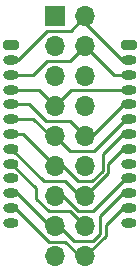
<source format=gbr>
%TF.GenerationSoftware,KiCad,Pcbnew,7.0.1*%
%TF.CreationDate,2023-04-02T14:36:04+09:00*%
%TF.ProjectId,joystick_gpio_input_2p_rasp_part,6a6f7973-7469-4636-9b5f-6770696f5f69,2*%
%TF.SameCoordinates,PX883b640PY6b1d950*%
%TF.FileFunction,Copper,L1,Top*%
%TF.FilePolarity,Positive*%
%FSLAX46Y46*%
G04 Gerber Fmt 4.6, Leading zero omitted, Abs format (unit mm)*
G04 Created by KiCad (PCBNEW 7.0.1) date 2023-04-02 14:36:04*
%MOMM*%
%LPD*%
G01*
G04 APERTURE LIST*
G04 Aperture macros list*
%AMRoundRect*
0 Rectangle with rounded corners*
0 $1 Rounding radius*
0 $2 $3 $4 $5 $6 $7 $8 $9 X,Y pos of 4 corners*
0 Add a 4 corners polygon primitive as box body*
4,1,4,$2,$3,$4,$5,$6,$7,$8,$9,$2,$3,0*
0 Add four circle primitives for the rounded corners*
1,1,$1+$1,$2,$3*
1,1,$1+$1,$4,$5*
1,1,$1+$1,$6,$7*
1,1,$1+$1,$8,$9*
0 Add four rect primitives between the rounded corners*
20,1,$1+$1,$2,$3,$4,$5,0*
20,1,$1+$1,$4,$5,$6,$7,0*
20,1,$1+$1,$6,$7,$8,$9,0*
20,1,$1+$1,$8,$9,$2,$3,0*%
G04 Aperture macros list end*
%TA.AperFunction,ComponentPad*%
%ADD10RoundRect,0.200000X-0.450000X0.200000X-0.450000X-0.200000X0.450000X-0.200000X0.450000X0.200000X0*%
%TD*%
%TA.AperFunction,ComponentPad*%
%ADD11O,1.300000X0.800000*%
%TD*%
%TA.AperFunction,ComponentPad*%
%ADD12R,1.700000X1.700000*%
%TD*%
%TA.AperFunction,ComponentPad*%
%ADD13O,1.700000X1.700000*%
%TD*%
%TA.AperFunction,Conductor*%
%ADD14C,0.250000*%
%TD*%
G04 APERTURE END LIST*
D10*
%TO.P,J2,1,Pin_1*%
%TO.N,/2P_UP*%
X10854300Y19661200D03*
D11*
%TO.P,J2,2,Pin_2*%
%TO.N,/2P_TL*%
X10854300Y18411200D03*
%TO.P,J2,3,Pin_3*%
%TO.N,/2P_X*%
X10854300Y17161200D03*
%TO.P,J2,4,Pin_4*%
%TO.N,/2P_DOWN*%
X10854300Y15911200D03*
%TO.P,J2,5,Pin_5*%
%TO.N,/2P_Y*%
X10854300Y14661200D03*
%TO.P,J2,6,Pin_6*%
%TO.N,/2P_LEFT*%
X10854300Y13411200D03*
%TO.P,J2,7,Pin_7*%
%TO.N,/2P_RIGHT*%
X10854300Y12161200D03*
%TO.P,J2,8,Pin_8*%
%TO.N,/2P_TR*%
X10854300Y10911200D03*
%TO.P,J2,9,Pin_9*%
%TO.N,/2P_B*%
X10854300Y9661200D03*
%TO.P,J2,10,Pin_10*%
%TO.N,/2P_START*%
X10854300Y8411200D03*
%TO.P,J2,11,Pin_11*%
%TO.N,/2P_SELECT*%
X10854300Y7161200D03*
%TO.P,J2,12,Pin_12*%
%TO.N,/2P_A*%
X10854300Y5911200D03*
%TO.P,J2,13,Pin_13*%
%TO.N,/2P_GND*%
X10854300Y4661200D03*
%TD*%
D10*
%TO.P,J3,1,Pin_1*%
%TO.N,/2P_UP*%
X846700Y19661200D03*
D11*
%TO.P,J3,2,Pin_2*%
%TO.N,/2P_TL*%
X846700Y18411200D03*
%TO.P,J3,3,Pin_3*%
%TO.N,/2P_X*%
X846700Y17161200D03*
%TO.P,J3,4,Pin_4*%
%TO.N,/2P_DOWN*%
X846700Y15911200D03*
%TO.P,J3,5,Pin_5*%
%TO.N,/2P_Y*%
X846700Y14661200D03*
%TO.P,J3,6,Pin_6*%
%TO.N,/2P_LEFT*%
X846700Y13411200D03*
%TO.P,J3,7,Pin_7*%
%TO.N,/2P_RIGHT*%
X846700Y12161200D03*
%TO.P,J3,8,Pin_8*%
%TO.N,/2P_TR*%
X846700Y10911200D03*
%TO.P,J3,9,Pin_9*%
%TO.N,/2P_B*%
X846700Y9661200D03*
%TO.P,J3,10,Pin_10*%
%TO.N,/2P_START*%
X846700Y8411200D03*
%TO.P,J3,11,Pin_11*%
%TO.N,/2P_SELECT*%
X846700Y7161200D03*
%TO.P,J3,12,Pin_12*%
%TO.N,/2P_A*%
X846700Y5911200D03*
%TO.P,J3,13,Pin_13*%
%TO.N,/2P_GND*%
X846700Y4661200D03*
%TD*%
D12*
%TO.P,J1,1,Pin_1*%
%TO.N,/2P_UP*%
X4600900Y22115000D03*
D13*
%TO.P,J1,2,Pin_2*%
%TO.N,/2P_TL*%
X7140900Y22115000D03*
%TO.P,J1,3,Pin_3*%
%TO.N,/2P_GND*%
X4600900Y19575000D03*
%TO.P,J1,4,Pin_4*%
%TO.N,/2P_X*%
X7140900Y19575000D03*
%TO.P,J1,5,Pin_5*%
%TO.N,unconnected-(J1-Pin_5-Pad5)*%
X4600900Y17035000D03*
%TO.P,J1,6,Pin_6*%
%TO.N,unconnected-(J1-Pin_6-Pad6)*%
X7140900Y17035000D03*
%TO.P,J1,7,Pin_7*%
%TO.N,/2P_DOWN*%
X4600900Y14495000D03*
%TO.P,J1,8,Pin_8*%
%TO.N,/2P_GND*%
X7140900Y14495000D03*
%TO.P,J1,9,Pin_9*%
%TO.N,/2P_LEFT*%
X4600900Y11955000D03*
%TO.P,J1,10,Pin_10*%
%TO.N,/2P_Y*%
X7140900Y11955000D03*
%TO.P,J1,11,Pin_11*%
%TO.N,/2P_RIGHT*%
X4600900Y9415000D03*
%TO.P,J1,12,Pin_12*%
%TO.N,/2P_GND*%
X7140900Y9415000D03*
%TO.P,J1,13,Pin_13*%
%TO.N,/2P_START*%
X4600900Y6875000D03*
%TO.P,J1,14,Pin_14*%
%TO.N,/2P_TR*%
X7140900Y6875000D03*
%TO.P,J1,15,Pin_15*%
%TO.N,/2P_SELECT*%
X4600900Y4335000D03*
%TO.P,J1,16,Pin_16*%
%TO.N,/2P_B*%
X7140900Y4335000D03*
%TO.P,J1,17,Pin_17*%
%TO.N,/2P_GND*%
X4600900Y1795000D03*
%TO.P,J1,18,Pin_18*%
%TO.N,/2P_A*%
X7140900Y1795000D03*
%TD*%
D14*
%TO.N,/2P_DOWN*%
X3184700Y15911200D02*
X4600900Y14495000D01*
X10854300Y15911200D02*
X10803100Y15860000D01*
X846700Y15911200D02*
X3184700Y15911200D01*
X5965900Y15860000D02*
X4600900Y14495000D01*
X10803100Y15860000D02*
X5965900Y15860000D01*
%TO.N,/2P_LEFT*%
X846700Y13411200D02*
X2743300Y13411200D01*
X7857100Y10685000D02*
X5870900Y10685000D01*
X4199500Y11955000D02*
X4600900Y11955000D01*
X2743300Y13411200D02*
X4199500Y11955000D01*
X10583300Y13411200D02*
X7857100Y10685000D01*
X10854300Y13411200D02*
X10583300Y13411200D01*
X5870900Y10685000D02*
X4600900Y11955000D01*
%TO.N,/2P_RIGHT*%
X846700Y12161200D02*
X1854700Y12161200D01*
X8619100Y9059400D02*
X7704700Y8145000D01*
X1854700Y12161200D02*
X4600900Y9415000D01*
X10323900Y12161200D02*
X8619100Y10456400D01*
X6507296Y8145000D02*
X5237296Y9415000D01*
X7704700Y8145000D02*
X6507296Y8145000D01*
X5237296Y9415000D02*
X4600900Y9415000D01*
X8619100Y10456400D02*
X8619100Y9059400D01*
X10854300Y12161200D02*
X10323900Y12161200D01*
%TO.N,/2P_START*%
X5237296Y6875000D02*
X4600900Y6875000D01*
X7764000Y5605000D02*
X6507296Y5605000D01*
X10854300Y8411200D02*
X10570200Y8411200D01*
X6507296Y5605000D02*
X5237296Y6875000D01*
X10570200Y8411200D02*
X7764000Y5605000D01*
%TO.N,/2P_SELECT*%
X10361600Y7161200D02*
X8407400Y5207000D01*
X4148700Y4335000D02*
X4600900Y4335000D01*
X846700Y7161200D02*
X1322500Y7161200D01*
X4885300Y4335000D02*
X4600900Y4335000D01*
X6146900Y3073400D02*
X4885300Y4335000D01*
X8407400Y3697896D02*
X7782904Y3073400D01*
X8407400Y5207000D02*
X8407400Y3697896D01*
X10854300Y7161200D02*
X10361600Y7161200D01*
X7782904Y3073400D02*
X6146900Y3073400D01*
X1322500Y7161200D02*
X4148700Y4335000D01*
%TO.N,/2P_A*%
X846700Y5911200D02*
X1200800Y5911200D01*
X1200800Y5911200D02*
X4072400Y3039600D01*
X10854300Y5911200D02*
X10313850Y5911200D01*
X6688700Y1795000D02*
X7140900Y1795000D01*
X5444100Y3039600D02*
X6688700Y1795000D01*
X10313850Y5911200D02*
X8857400Y4454750D01*
X8857400Y3511500D02*
X7140900Y1795000D01*
X8857400Y4454750D02*
X8857400Y3511500D01*
X4072400Y3039600D02*
X5444100Y3039600D01*
%TO.N,/2P_B*%
X2980300Y6697200D02*
X4072500Y5605000D01*
X4072500Y5605000D02*
X5870900Y5605000D01*
X2980300Y7552905D02*
X2980300Y6697200D01*
X872005Y9661200D02*
X2980300Y7552905D01*
X5870900Y5605000D02*
X7140900Y4335000D01*
X846700Y9661200D02*
X872005Y9661200D01*
%TO.N,/2P_X*%
X5870900Y18305000D02*
X7140900Y19575000D01*
X9554700Y17161200D02*
X7140900Y19575000D01*
X3852400Y18305000D02*
X5870900Y18305000D01*
X10854300Y17161200D02*
X9554700Y17161200D01*
X2708600Y17161200D02*
X3852400Y18305000D01*
X846700Y17161200D02*
X2708600Y17161200D01*
%TO.N,/2P_Y*%
X7679300Y11955000D02*
X7140900Y11955000D01*
X10385500Y14661200D02*
X7679300Y11955000D01*
X2331500Y14661200D02*
X3767700Y13225000D01*
X5870900Y13225000D02*
X7140900Y11955000D01*
X10854300Y14661200D02*
X10385500Y14661200D01*
X846700Y14661200D02*
X2331500Y14661200D01*
X3767700Y13225000D02*
X5870900Y13225000D01*
%TO.N,/2P_TL*%
X846700Y18407400D02*
X1414800Y18407400D01*
X10275500Y18411200D02*
X7140900Y21545800D01*
X5930100Y20904200D02*
X7140900Y22115000D01*
X7140900Y21545800D02*
X7140900Y22115000D01*
X1414800Y18407400D02*
X3911600Y20904200D01*
X10854300Y18411200D02*
X10275500Y18411200D01*
X3911600Y20904200D02*
X5930100Y20904200D01*
%TO.N,/2P_TR*%
X846700Y10911200D02*
X872005Y10911200D01*
X3638205Y8145000D02*
X5444100Y8145000D01*
X10318500Y10911200D02*
X9069100Y9661800D01*
X872005Y10911200D02*
X3638205Y8145000D01*
X10854300Y10911200D02*
X10318500Y10911200D01*
X5444100Y8145000D02*
X6714100Y6875000D01*
X6714100Y6875000D02*
X7140900Y6875000D01*
X7140900Y6920800D02*
X7140900Y6875000D01*
X9069100Y9661800D02*
X9069100Y8849000D01*
X9069100Y8849000D02*
X7140900Y6920800D01*
%TD*%
M02*

</source>
